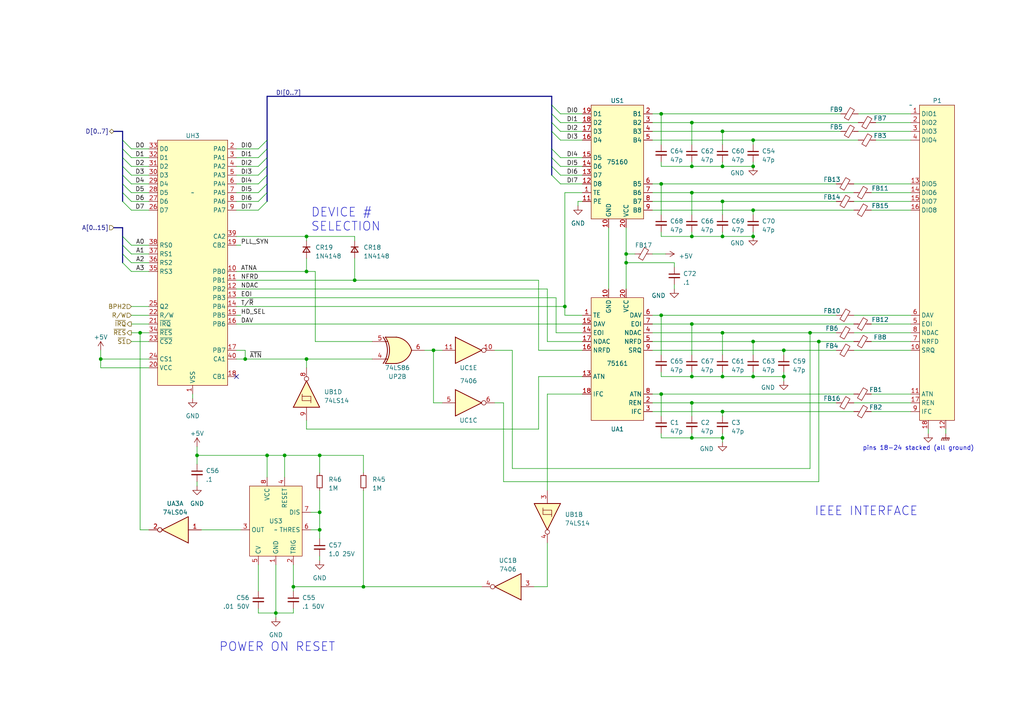
<source format=kicad_sch>
(kicad_sch (version 20230121) (generator eeschema)
  (paper "A4")
  (title_block (title "Device Selection / Power On Reset / IEEE Interface") (comment 1 "Schematic 203138") (comment 2 "PCB Assembly 2031040"))
  (lib_symbols
    (symbol "74xx:74LS04"
      (property "Reference" "U" (at 0 1.27 0))
      (property "Value" "74LS04" (at 0 -1.27 0))
      (symbol "74LS04_1_0"
        (pin input line (at -7.62 0 0) (length 3.81) (name "~") (number "1"))
        (pin output inverted (at 7.62 0 180) (length 3.81) (name "~") (number "2"))
      )
      (symbol "74LS04_2_0"
        (pin input line (at -7.62 0 0) (length 3.81) (name "~") (number "3"))
        (pin output inverted (at 7.62 0 180) (length 3.81) (name "~") (number "4"))
      )
      (symbol "74LS04_3_0"
        (pin input line (at -7.62 0 0) (length 3.81) (name "~") (number "5"))
        (pin output inverted (at 7.62 0 180) (length 3.81) (name "~") (number "6"))
      )
      (symbol "74LS04_4_0"
        (pin output inverted (at 7.62 0 180) (length 3.81) (name "~") (number "8"))
        (pin input line (at -7.62 0 0) (length 3.81) (name "~") (number "9"))
      )
      (symbol "74LS04_5_0"
        (pin output inverted (at 7.62 0 180) (length 3.81) (name "~") (number "10"))
        (pin input line (at -7.62 0 0) (length 3.81) (name "~") (number "11"))
      )
      (symbol "74LS04_6_0"
        (pin output inverted (at 7.62 0 180) (length 3.81) (name "~") (number "12"))
        (pin input line (at -7.62 0 0) (length 3.81) (name "~") (number "13"))
      )
      (symbol "74LS04_7_0"
        (pin power_in line (at 0 12.7 270) (length 5.08) (name "VCC") (number "14"))
        (pin power_in line (at 0 -12.7 90) (length 5.08) (name "GND") (number "7"))
      )
    )
    (symbol "74xx:74LS06" (pin_names (offset 1.016))
      (property "Reference" "U" (at 0 1.27 0))
      (property "Value" "74LS06" (at 0 -1.27 0))
      (symbol "74LS06_1_0"
        (pin input line (at -7.62 0 0) (length 3.81) (name "~") (number "1"))
        (pin open_collector inverted (at 7.62 0 180) (length 3.81) (name "~") (number "2"))
      )
      (symbol "74LS06_2_0"
        (pin input line (at -7.62 0 0) (length 3.81) (name "~") (number "3"))
        (pin open_collector inverted (at 7.62 0 180) (length 3.81) (name "~") (number "4"))
      )
      (symbol "74LS06_3_0"
        (pin input line (at -7.62 0 0) (length 3.81) (name "~") (number "5"))
        (pin open_collector inverted (at 7.62 0 180) (length 3.81) (name "~") (number "6"))
      )
      (symbol "74LS06_4_0"
        (pin open_collector inverted (at 7.62 0 180) (length 3.81) (name "~") (number "8"))
        (pin input line (at -7.62 0 0) (length 3.81) (name "~") (number "9"))
      )
      (symbol "74LS06_5_0"
        (pin open_collector inverted (at 7.62 0 180) (length 3.81) (name "~") (number "10"))
        (pin input line (at -7.62 0 0) (length 3.81) (name "~") (number "11"))
      )
      (symbol "74LS06_6_0"
        (pin open_collector inverted (at 7.62 0 180) (length 3.81) (name "~") (number "12"))
        (pin input line (at -7.62 0 0) (length 3.81) (name "~") (number "13"))
      )
      (symbol "74LS06_7_0"
        (pin power_in line (at 0 12.7 270) (length 5.08) (name "VCC") (number "14"))
        (pin power_in line (at 0 -12.7 90) (length 5.08) (name "GND") (number "7"))
      )
    )
    (symbol "74xx:74LS14" (pin_names (offset 1.016))
      (property "Reference" "U" (at 0 1.27 0))
      (property "Value" "74LS14" (at 0 -1.27 0))
      (symbol "74LS14_1_0"
        (pin input line (at -7.62 0 0) (length 3.81) (name "~") (number "1"))
        (pin output inverted (at 7.62 0 180) (length 3.81) (name "~") (number "2"))
      )
      (symbol "74LS14_2_0"
        (pin input line (at -7.62 0 0) (length 3.81) (name "~") (number "3"))
        (pin output inverted (at 7.62 0 180) (length 3.81) (name "~") (number "4"))
      )
      (symbol "74LS14_3_0"
        (pin input line (at -7.62 0 0) (length 3.81) (name "~") (number "5"))
        (pin output inverted (at 7.62 0 180) (length 3.81) (name "~") (number "6"))
      )
      (symbol "74LS14_4_0"
        (pin output inverted (at 7.62 0 180) (length 3.81) (name "~") (number "8"))
        (pin input line (at -7.62 0 0) (length 3.81) (name "~") (number "9"))
      )
      (symbol "74LS14_5_0"
        (pin output inverted (at 7.62 0 180) (length 3.81) (name "~") (number "10"))
        (pin input line (at -7.62 0 0) (length 3.81) (name "~") (number "11"))
      )
      (symbol "74LS14_6_0"
        (pin output inverted (at 7.62 0 180) (length 3.81) (name "~") (number "12"))
        (pin input line (at -7.62 0 0) (length 3.81) (name "~") (number "13"))
      )
      (symbol "74LS14_7_0"
        (pin power_in line (at 0 12.7 270) (length 5.08) (name "VCC") (number "14"))
        (pin power_in line (at 0 -12.7 90) (length 5.08) (name "GND") (number "7"))
      )
    )
    (symbol "74xx:74LS86" (pin_names (offset 1.016))
      (property "Reference" "U" (at 0 1.27 0))
      (property "Value" "74LS86" (at 0 -1.27 0))
      (symbol "74LS86_1_0"
        (pin input line (at -7.62 2.54 0) (length 4.445) (name "~") (number "1"))
        (pin input line (at -7.62 -2.54 0) (length 4.445) (name "~") (number "2"))
        (pin output line (at 7.62 0 180) (length 3.81) (name "~") (number "3"))
      )
      (symbol "74LS86_2_0"
        (pin input line (at -7.62 2.54 0) (length 4.445) (name "~") (number "4"))
        (pin input line (at -7.62 -2.54 0) (length 4.445) (name "~") (number "5"))
        (pin output line (at 7.62 0 180) (length 3.81) (name "~") (number "6"))
      )
      (symbol "74LS86_3_0"
        (pin input line (at -7.62 -2.54 0) (length 4.445) (name "~") (number "10"))
        (pin output line (at 7.62 0 180) (length 3.81) (name "~") (number "8"))
        (pin input line (at -7.62 2.54 0) (length 4.445) (name "~") (number "9"))
      )
      (symbol "74LS86_4_0"
        (pin output line (at 7.62 0 180) (length 3.81) (name "~") (number "11"))
        (pin input line (at -7.62 2.54 0) (length 4.445) (name "~") (number "12"))
        (pin input line (at -7.62 -2.54 0) (length 4.445) (name "~") (number "13"))
      )
      (symbol "74LS86_5_0"
        (pin power_in line (at 0 12.7 270) (length 5.08) (name "VCC") (number "14"))
        (pin power_in line (at 0 -12.7 90) (length 5.08) (name "GND") (number "7"))
      )
    )
    (symbol "Commodore-2031:6522"
      (property "Reference" "UH3" (at 0 36.83 0))
      (property "Value" "~" (at 0 20.32 0))
      (symbol "6522_1_1"
        (pin power_in line (at 0 -38.1 90) (length 2.54) (name "VSS") (number "1"))
        (pin bidirectional line (at 12.7 -2.54 180) (length 2.54) (name "PB0") (number "10"))
        (pin bidirectional line (at 12.7 -5.08 180) (length 2.54) (name "PB1") (number "11"))
        (pin bidirectional line (at 12.7 -7.62 180) (length 2.54) (name "PB2") (number "12"))
        (pin bidirectional line (at 12.7 -10.16 180) (length 2.54) (name "PB3") (number "13"))
        (pin bidirectional line (at 12.7 -12.7 180) (length 2.54) (name "PB4") (number "14"))
        (pin bidirectional line (at 12.7 -15.24 180) (length 2.54) (name "PB5") (number "15"))
        (pin bidirectional line (at 12.7 -17.78 180) (length 2.54) (name "PB6") (number "16"))
        (pin bidirectional line (at 12.7 -25.4 180) (length 2.54) (name "PB7") (number "17"))
        (pin bidirectional line (at 12.7 -33.02 180) (length 2.54) (name "CB1") (number "18"))
        (pin bidirectional line (at 12.7 5.08 180) (length 2.54) (name "CB2") (number "19"))
        (pin bidirectional line (at 12.7 33.02 180) (length 2.54) (name "PA0") (number "2"))
        (pin power_in line (at -12.7 -30.48 0) (length 2.54) (name "VCC") (number "20"))
        (pin open_collector line (at -12.7 -17.78 0) (length 2.54) (name "~{IRQ}") (number "21"))
        (pin input line (at -12.7 -15.24 0) (length 2.54) (name "R/W") (number "22"))
        (pin input line (at -12.7 -22.86 0) (length 2.54) (name "~{CS2}") (number "23"))
        (pin input line (at -12.7 -27.94 0) (length 2.54) (name "CS1") (number "24"))
        (pin input line (at -12.7 -12.7 0) (length 2.54) (name "Q2") (number "25"))
        (pin tri_state line (at -12.7 15.24 0) (length 2.54) (name "D7") (number "26"))
        (pin tri_state line (at -12.7 17.78 0) (length 2.54) (name "D6") (number "27"))
        (pin tri_state line (at -12.7 20.32 0) (length 2.54) (name "D5") (number "28"))
        (pin tri_state line (at -12.7 22.86 0) (length 2.54) (name "D4") (number "29"))
        (pin bidirectional line (at 12.7 30.48 180) (length 2.54) (name "PA1") (number "3"))
        (pin tri_state line (at -12.7 25.4 0) (length 2.54) (name "D3") (number "30"))
        (pin tri_state line (at -12.7 27.94 0) (length 2.54) (name "D2") (number "31"))
        (pin tri_state line (at -12.7 30.48 0) (length 2.54) (name "D1") (number "32"))
        (pin tri_state line (at -12.7 33.02 0) (length 2.54) (name "D0") (number "33"))
        (pin input line (at -12.7 -20.32 0) (length 2.54) (name "~{RES}") (number "34"))
        (pin input line (at -12.7 -2.54 0) (length 2.54) (name "RS3") (number "35"))
        (pin input line (at -12.7 0 0) (length 2.54) (name "RS2") (number "36"))
        (pin input line (at -12.7 2.54 0) (length 2.54) (name "RS1") (number "37"))
        (pin input line (at -12.7 5.08 0) (length 2.54) (name "RS0") (number "38"))
        (pin bidirectional line (at 12.7 7.62 180) (length 2.54) (name "CA2") (number "39"))
        (pin bidirectional line (at 12.7 27.94 180) (length 2.54) (name "PA2") (number "4"))
        (pin bidirectional line (at 12.7 -27.94 180) (length 2.54) (name "CA1") (number "40"))
        (pin bidirectional line (at 12.7 25.4 180) (length 2.54) (name "PA3") (number "5"))
        (pin bidirectional line (at 12.7 22.86 180) (length 2.54) (name "PA4") (number "6"))
        (pin bidirectional line (at 12.7 20.32 180) (length 2.54) (name "PA5") (number "7"))
        (pin bidirectional line (at 12.7 17.78 180) (length 2.54) (name "PA6") (number "8"))
        (pin bidirectional line (at 12.7 15.24 180) (length 2.54) (name "PA7") (number "9"))
      )
    )
    (symbol "Commodore-2031:75160"
      (property "Reference" "U" (at 0 17.78 0))
      (symbol "75160_1_1"
        (pin input line (at -10.16 -10.16 0) (length 2.54) (name "TE") (number "1"))
        (pin power_in line (at -2.54 -20.32 90) (length 2.54) (name "GND") (number "10"))
        (pin input line (at -10.16 -12.7 0) (length 2.54) (name "PE") (number "11"))
        (pin tri_state line (at -10.16 -7.62 0) (length 2.54) (name "D8") (number "12"))
        (pin tri_state line (at -10.16 -5.08 0) (length 2.54) (name "D7") (number "13"))
        (pin tri_state line (at -10.16 -2.54 0) (length 2.54) (name "D6") (number "14"))
        (pin tri_state line (at -10.16 0 0) (length 2.54) (name "D5") (number "15"))
        (pin tri_state line (at -10.16 5.08 0) (length 2.54) (name "D4") (number "16"))
        (pin tri_state line (at -10.16 7.62 0) (length 2.54) (name "D3") (number "17"))
        (pin tri_state line (at -10.16 10.16 0) (length 2.54) (name "D2") (number "18"))
        (pin tri_state line (at -10.16 12.7 0) (length 2.54) (name "D1") (number "19"))
        (pin tri_state line (at 10.16 12.7 180) (length 2.54) (name "B1") (number "2"))
        (pin power_in line (at 2.54 -20.32 90) (length 2.54) (name "VCC") (number "20"))
        (pin tri_state line (at 10.16 10.16 180) (length 2.54) (name "B2") (number "3"))
        (pin tri_state line (at 10.16 7.62 180) (length 2.54) (name "B3") (number "4"))
        (pin tri_state line (at 10.16 5.08 180) (length 2.54) (name "B4") (number "5"))
        (pin tri_state line (at 10.16 -7.62 180) (length 2.54) (name "B5") (number "6"))
        (pin tri_state line (at 10.16 -10.16 180) (length 2.54) (name "B6") (number "7"))
        (pin tri_state line (at 10.16 -12.7 180) (length 2.54) (name "B7") (number "8"))
        (pin tri_state line (at 10.16 -15.24 180) (length 2.54) (name "B8") (number "9"))
      )
    )
    (symbol "Commodore-2031:75161"
      (property "Reference" "U" (at 0 12.7 0))
      (symbol "75161_1_1"
        (pin input line (at -10.16 12.7 0) (length 2.54) (name "TE") (number "1"))
        (pin power_in line (at -2.54 20.32 270) (length 2.54) (name "GND") (number "10"))
        (pin tri_state line (at -10.16 -5.08 0) (length 2.54) (name "ATN") (number "13"))
        (pin tri_state line (at -10.16 7.62 0) (length 2.54) (name "EOI") (number "14"))
        (pin tri_state line (at -10.16 10.16 0) (length 2.54) (name "DAV") (number "15"))
        (pin tri_state line (at -10.16 2.54 0) (length 2.54) (name "NRFD") (number "16"))
        (pin tri_state line (at -10.16 5.08 0) (length 2.54) (name "NDAC") (number "17"))
        (pin tri_state line (at -10.16 -10.16 0) (length 2.54) (name "IFC") (number "18"))
        (pin tri_state line (at 10.16 -12.7 180) (length 2.54) (name "REN") (number "2"))
        (pin power_in line (at 2.54 20.32 270) (length 2.54) (name "VCC") (number "20"))
        (pin tri_state line (at 10.16 -15.24 180) (length 2.54) (name "IFC") (number "3"))
        (pin tri_state line (at 10.16 7.62 180) (length 2.54) (name "NDAC") (number "4"))
        (pin tri_state line (at 10.16 5.08 180) (length 2.54) (name "NRFD") (number "5"))
        (pin tri_state line (at 10.16 12.7 180) (length 2.54) (name "DAV") (number "6"))
        (pin tri_state line (at 10.16 10.16 180) (length 2.54) (name "EOI") (number "7"))
        (pin tri_state line (at 10.16 -10.16 180) (length 2.54) (name "ATN") (number "8"))
        (pin tri_state line (at 10.16 2.54 180) (length 2.54) (name "SRQ") (number "9"))
      )
    )
    (symbol "Commodore-2031:Connector_IEEE"
      (property "Reference" "P" (at 0 0 0))
      (symbol "Connector_IEEE_1_1"
        (pin passive line (at 0 -2.54 0) (length 2.54) (name "DIO1") (number "1"))
        (pin passive line (at 0 -71.12 0) (length 2.54) (name "SRQ") (number "10"))
        (pin passive line (at 0 -83.82 0) (length 2.54) (name "ATN") (number "11"))
        (pin passive line (at 10.16 -93.98 90) (length 2.54) (name "") (number "12"))
        (pin passive line (at 0 -22.86 0) (length 2.54) (name "DIO5") (number "13"))
        (pin passive line (at 0 -25.4 0) (length 2.54) (name "DIO6") (number "14"))
        (pin passive line (at 0 -27.94 0) (length 2.54) (name "DIO7") (number "15"))
        (pin passive line (at 0 -30.48 0) (length 2.54) (name "DIO8") (number "16"))
        (pin passive line (at 0 -86.36 0) (length 2.54) (name "REN") (number "17"))
        (pin passive line (at 5.08 -93.98 90) (length 2.54) (name "") (number "18"))
        (pin passive line (at 5.08 -93.98 90) (length 2.54) hide (name "") (number "19"))
        (pin passive line (at 0 -5.08 0) (length 2.54) (name "DIO2") (number "2"))
        (pin passive line (at 5.08 -93.98 90) (length 2.54) hide (name "") (number "20"))
        (pin passive line (at 5.08 -93.98 90) (length 2.54) hide (name "") (number "21"))
        (pin passive line (at 5.08 -93.98 90) (length 2.54) hide (name "") (number "23"))
        (pin passive line (at 5.08 -93.98 90) (length 2.54) hide (name "") (number "24"))
        (pin passive line (at 0 -7.62 0) (length 2.54) (name "DIO3") (number "3"))
        (pin passive line (at 0 -10.16 0) (length 2.54) (name "DIO4") (number "4"))
        (pin passive line (at 0 -63.5 0) (length 2.54) (name "EOI") (number "5"))
        (pin passive line (at 0 -60.96 0) (length 2.54) (name "DAV") (number "6"))
        (pin passive line (at 0 -68.58 0) (length 2.54) (name "NRFD") (number "7"))
        (pin passive line (at 0 -66.04 0) (length 2.54) (name "NDAC") (number "8"))
        (pin passive line (at 0 -88.9 0) (length 2.54) (name "IFC") (number "9"))
      )
    )
    (symbol "Commodore-2031:LM555"
      (property "Reference" "U" (at 0 0 0))
      (symbol "LM555_1_1"
        (pin power_in line (at 0 -12.7 90) (length 2.54) (name "GND") (number "1"))
        (pin passive line (at 5.08 -12.7 90) (length 2.54) (name "TRIG") (number "2"))
        (pin output line (at -10.16 -2.54 0) (length 2.54) (name "OUT") (number "3"))
        (pin input line (at 2.54 12.7 270) (length 2.54) (name "RESET") (number "4"))
        (pin passive line (at -5.08 -12.7 90) (length 2.54) (name "CV") (number "5"))
        (pin input line (at 10.16 -2.54 180) (length 2.54) (name "THRES") (number "6"))
        (pin open_collector line (at 10.16 2.54 180) (length 2.54) (name "DIS") (number "7"))
        (pin power_in line (at -2.54 12.7 270) (length 2.54) (name "VCC") (number "8"))
      )
    )
    (symbol "Device:C_Small" (pin_numbers hide) (pin_names (offset 0.254) hide)
      (property "Reference" "C" (at 0.254 1.778 0))
      (property "Value" "C_Small" (at 0.254 -2.032 0))
      (symbol "C_Small_1_1"
        (pin passive line (at 0 2.54 270) (length 2.032) (name "~") (number "1"))
        (pin passive line (at 0 -2.54 90) (length 2.032) (name "~") (number "2"))
      )
    )
    (symbol "Device:D_Small" (pin_numbers hide) (pin_names (offset 0.254) hide)
      (property "Reference" "D" (at -1.27 2.032 0))
      (property "Value" "D_Small" (at -3.81 -2.032 0))
      (symbol "D_Small_1_1"
        (pin passive line (at -2.54 0 0) (length 1.778) (name "K") (number "1"))
        (pin passive line (at 2.54 0 180) (length 1.778) (name "A") (number "2"))
      )
    )
    (symbol "Device:FerriteBead_Small" (pin_numbers hide) (pin_names (offset 0))
      (property "Reference" "FB" (at 1.905 1.27 0))
      (property "Value" "FerriteBead_Small" (at 1.905 -1.27 0))
      (symbol "FerriteBead_Small_1_1"
        (pin passive line (at 0 2.54 270) (length 1.27) (name "~") (number "1"))
        (pin passive line (at 0 -2.54 90) (length 1.27) (name "~") (number "2"))
      )
    )
    (symbol "Device:R_Small" (pin_numbers hide) (pin_names (offset 0.254) hide)
      (property "Reference" "R" (at 0.762 0.508 0))
      (property "Value" "R_Small" (at 0.762 -1.016 0))
      (symbol "R_Small_1_1"
        (pin passive line (at 0 2.54 270) (length 0.762) (name "~") (number "1"))
        (pin passive line (at 0 -2.54 90) (length 0.762) (name "~") (number "2"))
      )
    )
    (symbol "power:+5V" (power) (pin_names (offset 0))
      (property "Value" "+5V" (at 0 3.556 0))
      (symbol "+5V_1_1"
        (pin power_in line (at 0 0 90) (length 0) hide (name "+5V") (number "1"))
      )
    )
    (symbol "power:GND" (power) (pin_names (offset 0))
      (property "Value" "GND" (at 0 -3.81 0))
      (symbol "GND_1_1"
        (pin power_in line (at 0 0 270) (length 0) hide (name "GND") (number "1"))
      )
    )
    (symbol "power:GNDPWR" (power) (pin_names (offset 0))
      (property "Value" "GNDPWR" (at 0 -3.302 0))
      (symbol "GNDPWR_1_1"
        (pin power_in line (at 0 0 270) (length 0) hide (name "GNDPWR") (number "1"))
      )
    )
  )
  (junction (at 40.64 96.52))
  (junction (at 200.66 109.22))
  (junction (at 218.44 109.22))
  (junction (at 92.71 148.59))
  (junction (at 200.66 116.84))
  (junction (at 237.49 99.06))
  (junction (at 218.44 99.06))
  (junction (at 181.61 73.66))
  (junction (at 200.66 68.58))
  (junction (at 191.77 33.02))
  (junction (at 85.09 170.18))
  (junction (at 102.87 81.28))
  (junction (at 105.41 170.18))
  (junction (at 29.21 104.14))
  (junction (at 209.55 58.42))
  (junction (at 227.33 109.22))
  (junction (at 88.9 68.58))
  (junction (at 209.55 119.38))
  (junction (at 209.55 96.52))
  (junction (at 200.66 127))
  (junction (at 227.33 101.6))
  (junction (at 71.12 104.14))
  (junction (at 218.44 60.96))
  (junction (at 234.95 96.52))
  (junction (at 209.55 68.58))
  (junction (at 163.83 88.9))
  (junction (at 200.66 35.56))
  (junction (at 181.61 76.2))
  (junction (at 57.15 132.08))
  (junction (at 80.01 177.8))
  (junction (at 200.66 93.98))
  (junction (at 218.44 40.64))
  (junction (at 191.77 53.34))
  (junction (at 88.9 104.14))
  (junction (at 191.77 114.3))
  (junction (at 200.66 48.26))
  (junction (at 200.66 55.88))
  (junction (at 92.71 153.67))
  (junction (at 218.44 48.26))
  (junction (at 125.73 101.6))
  (junction (at 209.55 48.26))
  (junction (at 209.55 109.22))
  (junction (at 92.71 132.08))
  (junction (at 209.55 127))
  (junction (at 218.44 68.58))
  (junction (at 191.77 91.44))
  (junction (at 77.47 132.08))
  (junction (at 209.55 38.1))
  (junction (at 88.9 78.74))
  (junction (at 82.55 132.08))
  (no_connect (at 68.58 109.22))
  (bus_entry (at 74.93 53.34) (size 2.54 -2.54))
  (bus_entry (at 35.56 58.42) (size 2.54 2.54))
  (bus_entry (at 74.93 55.88) (size 2.54 -2.54))
  (bus_entry (at 162.56 33.02) (size -2.54 -2.54))
  (bus_entry (at 35.56 73.66) (size 2.54 2.54))
  (bus_entry (at 74.93 43.18) (size 2.54 -2.54))
  (bus_entry (at 162.56 35.56) (size -2.54 -2.54))
  (bus_entry (at 74.93 45.72) (size 2.54 -2.54))
  (bus_entry (at 162.56 45.72) (size -2.54 -2.54))
  (bus_entry (at 162.56 48.26) (size -2.54 -2.54))
  (bus_entry (at 35.56 71.12) (size 2.54 2.54))
  (bus_entry (at 74.93 60.96) (size 2.54 -2.54))
  (bus_entry (at 162.56 38.1) (size -2.54 -2.54))
  (bus_entry (at 162.56 40.64) (size -2.54 -2.54))
  (bus_entry (at 35.56 43.18) (size 2.54 2.54))
  (bus_entry (at 74.93 48.26) (size 2.54 -2.54))
  (bus_entry (at 162.56 50.8) (size -2.54 -2.54))
  (bus_entry (at 35.56 40.64) (size 2.54 2.54))
  (bus_entry (at 162.56 53.34) (size -2.54 -2.54))
  (bus_entry (at 35.56 55.88) (size 2.54 2.54))
  (bus_entry (at 35.56 45.72) (size 2.54 2.54))
  (bus_entry (at 35.56 68.58) (size 2.54 2.54))
  (bus_entry (at 35.56 50.8) (size 2.54 2.54))
  (bus_entry (at 35.56 53.34) (size 2.54 2.54))
  (bus_entry (at 35.56 76.2) (size 2.54 2.54))
  (bus_entry (at 35.56 48.26) (size 2.54 2.54))
  (bus_entry (at 74.93 50.8) (size 2.54 -2.54))
  (bus_entry (at 74.93 58.42) (size 2.54 -2.54))
  (wire (pts (xy 191.77 127) (xy 200.66 127)))
  (wire (pts (xy 218.44 40.64) (xy 218.44 41.91)))
  (wire (pts (xy 189.23 60.96) (xy 218.44 60.96)))
  (wire (pts (xy 189.23 93.98) (xy 200.66 93.98)))
  (wire (pts (xy 38.1 73.66) (xy 43.18 73.66)))
  (wire (pts (xy 195.58 82.55) (xy 195.58 83.82)))
  (wire (pts (xy 146.05 139.7) (xy 146.05 116.84)))
  (bus (pts (xy 77.47 55.88) (xy 77.47 53.34)))
  (wire (pts (xy 156.21 124.46) (xy 156.21 109.22)))
  (wire (pts (xy 200.66 67.31) (xy 200.66 68.58)))
  (wire (pts (xy 191.77 107.95) (xy 191.77 109.22)))
  (wire (pts (xy 191.77 68.58) (xy 200.66 68.58)))
  (bus (pts (xy 77.47 45.72) (xy 77.47 43.18)))
  (wire (pts (xy 189.23 33.02) (xy 191.77 33.02)))
  (wire (pts (xy 74.93 163.83) (xy 74.93 171.45)))
  (wire (pts (xy 247.65 116.84) (xy 264.16 116.84)))
  (wire (pts (xy 274.32 124.46) (xy 274.32 125.73)))
  (wire (pts (xy 80.01 163.83) (xy 80.01 177.8)))
  (wire (pts (xy 191.77 125.73) (xy 191.77 127)))
  (wire (pts (xy 102.87 81.28) (xy 102.87 74.93)))
  (wire (pts (xy 158.75 157.48) (xy 158.75 170.18)))
  (wire (pts (xy 123.19 101.6) (xy 125.73 101.6)))
  (wire (pts (xy 92.71 153.67) (xy 92.71 156.21)))
  (wire (pts (xy 191.77 91.44) (xy 242.57 91.44)))
  (wire (pts (xy 252.73 55.88) (xy 264.16 55.88)))
  (wire (pts (xy 68.58 43.18) (xy 74.93 43.18)))
  (wire (pts (xy 252.73 114.3) (xy 264.16 114.3)))
  (wire (pts (xy 125.73 101.6) (xy 128.27 101.6)))
  (wire (pts (xy 189.23 91.44) (xy 191.77 91.44)))
  (wire (pts (xy 168.91 40.64) (xy 162.56 40.64)))
  (wire (pts (xy 88.9 78.74) (xy 88.9 74.93)))
  (wire (pts (xy 68.58 53.34) (xy 74.93 53.34)))
  (wire (pts (xy 158.75 170.18) (xy 154.94 170.18)))
  (wire (pts (xy 29.21 104.14) (xy 43.18 104.14)))
  (wire (pts (xy 163.83 88.9) (xy 163.83 91.44)))
  (wire (pts (xy 29.21 101.6) (xy 29.21 104.14)))
  (wire (pts (xy 167.64 58.42) (xy 167.64 59.69)))
  (wire (pts (xy 200.66 93.98) (xy 200.66 102.87)))
  (wire (pts (xy 168.91 114.3) (xy 158.75 114.3)))
  (wire (pts (xy 209.55 107.95) (xy 209.55 109.22)))
  (bus (pts (xy 33.02 38.1) (xy 35.56 38.1)))
  (wire (pts (xy 168.91 33.02) (xy 162.56 33.02)))
  (wire (pts (xy 71.12 101.6) (xy 71.12 104.14)))
  (wire (pts (xy 58.42 153.67) (xy 69.85 153.67)))
  (wire (pts (xy 168.91 50.8) (xy 162.56 50.8)))
  (wire (pts (xy 209.55 38.1) (xy 243.84 38.1)))
  (wire (pts (xy 248.92 38.1) (xy 264.16 38.1)))
  (wire (pts (xy 200.66 35.56) (xy 200.66 41.91)))
  (wire (pts (xy 38.1 55.88) (xy 43.18 55.88)))
  (wire (pts (xy 68.58 81.28) (xy 102.87 81.28)))
  (wire (pts (xy 189.23 99.06) (xy 218.44 99.06)))
  (bus (pts (xy 77.47 43.18) (xy 77.47 40.64)))
  (wire (pts (xy 68.58 101.6) (xy 71.12 101.6)))
  (wire (pts (xy 168.91 99.06) (xy 158.75 99.06)))
  (bus (pts (xy 35.56 50.8) (xy 35.56 48.26)))
  (wire (pts (xy 68.58 45.72) (xy 74.93 45.72)))
  (wire (pts (xy 200.66 55.88) (xy 200.66 62.23)))
  (wire (pts (xy 209.55 96.52) (xy 234.95 96.52)))
  (wire (pts (xy 77.47 132.08) (xy 57.15 132.08)))
  (wire (pts (xy 191.77 67.31) (xy 191.77 68.58)))
  (wire (pts (xy 200.66 68.58) (xy 209.55 68.58)))
  (wire (pts (xy 234.95 135.89) (xy 148.59 135.89)))
  (wire (pts (xy 209.55 58.42) (xy 209.55 62.23)))
  (wire (pts (xy 80.01 177.8) (xy 80.01 179.07)))
  (bus (pts (xy 35.56 43.18) (xy 35.56 40.64)))
  (wire (pts (xy 163.83 55.88) (xy 168.91 55.88)))
  (wire (pts (xy 209.55 46.99) (xy 209.55 48.26)))
  (wire (pts (xy 163.83 91.44) (xy 168.91 91.44)))
  (wire (pts (xy 181.61 76.2) (xy 195.58 76.2)))
  (wire (pts (xy 168.91 53.34) (xy 162.56 53.34)))
  (wire (pts (xy 209.55 58.42) (xy 242.57 58.42)))
  (wire (pts (xy 189.23 58.42) (xy 209.55 58.42)))
  (wire (pts (xy 254 35.56) (xy 264.16 35.56)))
  (bus (pts (xy 35.56 58.42) (xy 35.56 55.88)))
  (wire (pts (xy 247.65 101.6) (xy 264.16 101.6)))
  (wire (pts (xy 181.61 76.2) (xy 181.61 83.82)))
  (wire (pts (xy 158.75 114.3) (xy 158.75 142.24)))
  (wire (pts (xy 247.65 96.52) (xy 264.16 96.52)))
  (wire (pts (xy 29.21 106.68) (xy 43.18 106.68)))
  (wire (pts (xy 247.65 53.34) (xy 264.16 53.34)))
  (wire (pts (xy 237.49 99.06) (xy 247.65 99.06)))
  (wire (pts (xy 77.47 132.08) (xy 82.55 132.08)))
  (wire (pts (xy 74.93 177.8) (xy 80.01 177.8)))
  (wire (pts (xy 88.9 104.14) (xy 88.9 106.68)))
  (wire (pts (xy 68.58 50.8) (xy 74.93 50.8)))
  (wire (pts (xy 200.66 93.98) (xy 247.65 93.98)))
  (wire (pts (xy 91.44 78.74) (xy 91.44 99.06)))
  (wire (pts (xy 248.92 33.02) (xy 264.16 33.02)))
  (bus (pts (xy 35.56 66.04) (xy 33.02 66.04)))
  (wire (pts (xy 29.21 104.14) (xy 29.21 106.68)))
  (wire (pts (xy 181.61 66.04) (xy 181.61 73.66)))
  (wire (pts (xy 88.9 68.58) (xy 102.87 68.58)))
  (wire (pts (xy 227.33 101.6) (xy 242.57 101.6)))
  (wire (pts (xy 200.66 107.95) (xy 200.66 109.22)))
  (wire (pts (xy 209.55 125.73) (xy 209.55 127)))
  (wire (pts (xy 189.23 116.84) (xy 200.66 116.84)))
  (wire (pts (xy 234.95 96.52) (xy 234.95 135.89)))
  (wire (pts (xy 168.91 96.52) (xy 161.29 96.52)))
  (wire (pts (xy 218.44 40.64) (xy 248.92 40.64)))
  (wire (pts (xy 156.21 81.28) (xy 102.87 81.28)))
  (wire (pts (xy 77.47 138.43) (xy 77.47 132.08)))
  (wire (pts (xy 181.61 73.66) (xy 184.15 73.66)))
  (wire (pts (xy 68.58 93.98) (xy 168.91 93.98)))
  (bus (pts (xy 35.56 71.12) (xy 35.56 68.58)))
  (wire (pts (xy 38.1 91.44) (xy 43.18 91.44)))
  (wire (pts (xy 105.41 170.18) (xy 85.09 170.18)))
  (wire (pts (xy 92.71 142.24) (xy 92.71 148.59)))
  (wire (pts (xy 209.55 68.58) (xy 218.44 68.58)))
  (wire (pts (xy 209.55 96.52) (xy 209.55 102.87)))
  (wire (pts (xy 68.58 60.96) (xy 74.93 60.96)))
  (wire (pts (xy 38.1 58.42) (xy 43.18 58.42)))
  (wire (pts (xy 55.88 114.3) (xy 55.88 115.57)))
  (bus (pts (xy 160.02 48.26) (xy 160.02 50.8)))
  (wire (pts (xy 218.44 48.26) (xy 218.44 46.99)))
  (wire (pts (xy 88.9 121.92) (xy 88.9 124.46)))
  (wire (pts (xy 254 40.64) (xy 264.16 40.64)))
  (wire (pts (xy 200.66 35.56) (xy 248.92 35.56)))
  (wire (pts (xy 161.29 96.52) (xy 161.29 86.36)))
  (wire (pts (xy 105.41 132.08) (xy 105.41 137.16)))
  (wire (pts (xy 82.55 132.08) (xy 92.71 132.08)))
  (wire (pts (xy 88.9 124.46) (xy 156.21 124.46)))
  (bus (pts (xy 77.47 48.26) (xy 77.47 45.72)))
  (wire (pts (xy 252.73 60.96) (xy 264.16 60.96)))
  (wire (pts (xy 218.44 99.06) (xy 237.49 99.06)))
  (wire (pts (xy 227.33 109.22) (xy 227.33 110.49)))
  (bus (pts (xy 77.47 27.94) (xy 160.02 27.94)))
  (wire (pts (xy 38.1 50.8) (xy 43.18 50.8)))
  (wire (pts (xy 156.21 109.22) (xy 168.91 109.22)))
  (wire (pts (xy 209.55 67.31) (xy 209.55 68.58)))
  (wire (pts (xy 252.73 119.38) (xy 264.16 119.38)))
  (wire (pts (xy 168.91 48.26) (xy 162.56 48.26)))
  (wire (pts (xy 148.59 101.6) (xy 143.51 101.6)))
  (wire (pts (xy 237.49 99.06) (xy 237.49 139.7)))
  (wire (pts (xy 68.58 86.36) (xy 161.29 86.36)))
  (wire (pts (xy 209.55 48.26) (xy 218.44 48.26)))
  (wire (pts (xy 38.1 53.34) (xy 43.18 53.34)))
  (wire (pts (xy 189.23 38.1) (xy 209.55 38.1)))
  (bus (pts (xy 35.56 48.26) (xy 35.56 45.72)))
  (wire (pts (xy 92.71 161.29) (xy 92.71 162.56)))
  (wire (pts (xy 38.1 43.18) (xy 43.18 43.18)))
  (wire (pts (xy 176.53 66.04) (xy 176.53 83.82)))
  (wire (pts (xy 71.12 104.14) (xy 88.9 104.14)))
  (wire (pts (xy 82.55 132.08) (xy 82.55 138.43)))
  (bus (pts (xy 35.56 68.58) (xy 35.56 66.04)))
  (wire (pts (xy 68.58 88.9) (xy 163.83 88.9)))
  (wire (pts (xy 38.1 45.72) (xy 43.18 45.72)))
  (bus (pts (xy 35.56 55.88) (xy 35.56 53.34)))
  (wire (pts (xy 189.23 114.3) (xy 191.77 114.3)))
  (wire (pts (xy 38.1 48.26) (xy 43.18 48.26)))
  (bus (pts (xy 160.02 35.56) (xy 160.02 33.02)))
  (wire (pts (xy 200.66 46.99) (xy 200.66 48.26)))
  (wire (pts (xy 209.55 119.38) (xy 209.55 120.65)))
  (wire (pts (xy 102.87 68.58) (xy 102.87 69.85)))
  (wire (pts (xy 92.71 148.59) (xy 92.71 153.67)))
  (wire (pts (xy 168.91 38.1) (xy 162.56 38.1)))
  (wire (pts (xy 158.75 99.06) (xy 158.75 83.82)))
  (wire (pts (xy 191.77 33.02) (xy 243.84 33.02)))
  (wire (pts (xy 237.49 139.7) (xy 146.05 139.7)))
  (wire (pts (xy 168.91 35.56) (xy 162.56 35.56)))
  (wire (pts (xy 218.44 109.22) (xy 218.44 107.95)))
  (wire (pts (xy 234.95 96.52) (xy 242.57 96.52)))
  (wire (pts (xy 200.66 116.84) (xy 200.66 120.65)))
  (wire (pts (xy 40.64 153.67) (xy 43.18 153.67)))
  (wire (pts (xy 247.65 58.42) (xy 264.16 58.42)))
  (bus (pts (xy 160.02 33.02) (xy 160.02 30.48)))
  (wire (pts (xy 218.44 60.96) (xy 247.65 60.96)))
  (bus (pts (xy 77.47 50.8) (xy 77.47 48.26)))
  (wire (pts (xy 200.66 125.73) (xy 200.66 127)))
  (wire (pts (xy 209.55 127) (xy 209.55 128.27)))
  (wire (pts (xy 247.65 91.44) (xy 264.16 91.44)))
  (wire (pts (xy 38.1 99.06) (xy 43.18 99.06)))
  (wire (pts (xy 189.23 55.88) (xy 200.66 55.88)))
  (bus (pts (xy 160.02 27.94) (xy 160.02 30.48)))
  (wire (pts (xy 38.1 96.52) (xy 40.64 96.52)))
  (wire (pts (xy 227.33 109.22) (xy 227.33 107.95)))
  (wire (pts (xy 189.23 119.38) (xy 209.55 119.38)))
  (wire (pts (xy 191.77 46.99) (xy 191.77 48.26)))
  (wire (pts (xy 105.41 170.18) (xy 139.7 170.18)))
  (wire (pts (xy 168.91 58.42) (xy 167.64 58.42)))
  (bus (pts (xy 35.56 45.72) (xy 35.56 43.18)))
  (wire (pts (xy 209.55 119.38) (xy 247.65 119.38)))
  (wire (pts (xy 218.44 109.22) (xy 227.33 109.22)))
  (wire (pts (xy 68.58 48.26) (xy 74.93 48.26)))
  (wire (pts (xy 209.55 38.1) (xy 209.55 41.91)))
  (wire (pts (xy 189.23 40.64) (xy 218.44 40.64)))
  (wire (pts (xy 38.1 71.12) (xy 43.18 71.12)))
  (wire (pts (xy 68.58 91.44) (xy 69.85 91.44)))
  (wire (pts (xy 92.71 153.67) (xy 90.17 153.67)))
  (wire (pts (xy 38.1 76.2) (xy 43.18 76.2)))
  (wire (pts (xy 200.66 116.84) (xy 242.57 116.84)))
  (wire (pts (xy 191.77 48.26) (xy 200.66 48.26)))
  (wire (pts (xy 57.15 132.08) (xy 57.15 134.62)))
  (wire (pts (xy 91.44 99.06) (xy 107.95 99.06)))
  (wire (pts (xy 191.77 109.22) (xy 200.66 109.22)))
  (wire (pts (xy 90.17 148.59) (xy 92.71 148.59)))
  (wire (pts (xy 40.64 96.52) (xy 43.18 96.52)))
  (wire (pts (xy 218.44 60.96) (xy 218.44 62.23)))
  (bus (pts (xy 77.47 58.42) (xy 77.47 55.88)))
  (wire (pts (xy 146.05 116.84) (xy 143.51 116.84)))
  (wire (pts (xy 85.09 170.18) (xy 85.09 163.83)))
  (wire (pts (xy 38.1 88.9) (xy 43.18 88.9)))
  (wire (pts (xy 68.58 68.58) (xy 88.9 68.58)))
  (wire (pts (xy 125.73 116.84) (xy 128.27 116.84)))
  (wire (pts (xy 200.66 127) (xy 209.55 127)))
  (wire (pts (xy 252.73 93.98) (xy 264.16 93.98)))
  (bus (pts (xy 160.02 48.26) (xy 160.02 45.72)))
  (wire (pts (xy 189.23 96.52) (xy 209.55 96.52)))
  (wire (pts (xy 189.23 73.66) (xy 193.04 73.66)))
  (wire (pts (xy 269.24 124.46) (xy 269.24 125.73)))
  (wire (pts (xy 105.41 142.24) (xy 105.41 170.18)))
  (wire (pts (xy 74.93 176.53) (xy 74.93 177.8)))
  (wire (pts (xy 189.23 53.34) (xy 191.77 53.34)))
  (wire (pts (xy 92.71 132.08) (xy 105.41 132.08)))
  (wire (pts (xy 88.9 68.58) (xy 88.9 69.85)))
  (wire (pts (xy 168.91 101.6) (xy 156.21 101.6)))
  (bus (pts (xy 160.02 45.72) (xy 160.02 43.18)))
  (wire (pts (xy 125.73 101.6) (xy 125.73 116.84)))
  (wire (pts (xy 57.15 139.7) (xy 57.15 140.97)))
  (wire (pts (xy 218.44 68.58) (xy 218.44 67.31)))
  (wire (pts (xy 191.77 114.3) (xy 191.77 120.65)))
  (wire (pts (xy 85.09 170.18) (xy 85.09 171.45)))
  (wire (pts (xy 68.58 104.14) (xy 71.12 104.14)))
  (bus (pts (xy 35.56 73.66) (xy 35.56 71.12)))
  (wire (pts (xy 38.1 78.74) (xy 43.18 78.74)))
  (wire (pts (xy 156.21 101.6) (xy 156.21 81.28)))
  (wire (pts (xy 191.77 53.34) (xy 242.57 53.34)))
  (wire (pts (xy 40.64 96.52) (xy 40.64 153.67)))
  (wire (pts (xy 68.58 83.82) (xy 158.75 83.82)))
  (wire (pts (xy 209.55 109.22) (xy 218.44 109.22)))
  (wire (pts (xy 68.58 55.88) (xy 74.93 55.88)))
  (wire (pts (xy 252.73 99.06) (xy 264.16 99.06)))
  (wire (pts (xy 80.01 177.8) (xy 85.09 177.8)))
  (bus (pts (xy 77.47 53.34) (xy 77.47 50.8)))
  (wire (pts (xy 57.15 129.54) (xy 57.15 132.08)))
  (wire (pts (xy 189.23 101.6) (xy 227.33 101.6)))
  (wire (pts (xy 200.66 109.22) (xy 209.55 109.22)))
  (wire (pts (xy 200.66 55.88) (xy 247.65 55.88)))
  (wire (pts (xy 191.77 91.44) (xy 191.77 102.87)))
  (wire (pts (xy 68.58 58.42) (xy 74.93 58.42)))
  (wire (pts (xy 189.23 35.56) (xy 200.66 35.56)))
  (wire (pts (xy 88.9 104.14) (xy 107.95 104.14)))
  (wire (pts (xy 92.71 132.08) (xy 92.71 137.16)))
  (wire (pts (xy 148.59 135.89) (xy 148.59 101.6)))
  (wire (pts (xy 38.1 60.96) (xy 43.18 60.96)))
  (wire (pts (xy 68.58 71.12) (xy 69.85 71.12)))
  (wire (pts (xy 191.77 53.34) (xy 191.77 62.23)))
  (bus (pts (xy 35.56 76.2) (xy 35.56 73.66)))
  (wire (pts (xy 168.91 45.72) (xy 162.56 45.72)))
  (wire (pts (xy 218.44 99.06) (xy 218.44 102.87)))
  (bus (pts (xy 160.02 38.1) (xy 160.02 43.18)))
  (bus (pts (xy 160.02 38.1) (xy 160.02 35.56)))
  (wire (pts (xy 195.58 77.47) (xy 195.58 76.2)))
  (wire (pts (xy 68.58 78.74) (xy 88.9 78.74)))
  (bus (pts (xy 35.56 40.64) (xy 35.56 38.1)))
  (wire (pts (xy 191.77 114.3) (xy 247.65 114.3)))
  (wire (pts (xy 191.77 33.02) (xy 191.77 41.91)))
  (wire (pts (xy 200.66 48.26) (xy 209.55 48.26)))
  (wire (pts (xy 227.33 101.6) (xy 227.33 102.87)))
  (wire (pts (xy 163.83 55.88) (xy 163.83 88.9)))
  (wire (pts (xy 181.61 73.66) (xy 181.61 76.2)))
  (wire (pts (xy 88.9 78.74) (xy 91.44 78.74)))
  (bus (pts (xy 35.56 53.34) (xy 35.56 50.8)))
  (wire (pts (xy 38.1 93.98) (xy 43.18 93.98)))
  (wire (pts (xy 85.09 177.8) (xy 85.09 176.53)))
  (bus (pts (xy 77.47 27.94) (xy 77.47 40.64)))
  (text "DEVICE #\nSELECTION" (at 90.17 67.31 0) (effects (font (size 2.54 2.54)) (justify left bottom)))
  (text "IEEE INTERFACE" (at 236.22 149.86 0) (effects (font (size 2.54 2.54)) (justify left bottom)))
  (text "pins 18-24 stacked (all ground)" (at 250.19 130.81 0) (effects (font (size 1.27 1.27)) (justify left bottom)))
  (text "POWER ON RESET" (at 63.5 189.23 0) (effects (font (size 2.54 2.54)) (justify left bottom)))
  (label "A1" (at 41.91 73.66 180))
  (label "NDAC" (at 69.85 83.82 0))
  (label "DAV" (at 69.85 93.98 0))
  (label "DI3" (at 69.85 50.8 0))
  (label "DI4" (at 167.64 45.72 180))
  (label "D5" (at 41.91 55.88 180))
  (label "DI5" (at 167.64 48.26 180))
  (label "DI3" (at 167.64 40.64 180))
  (label "D6" (at 41.91 58.42 180))
  (label "D1" (at 41.91 45.72 180))
  (label "EOI" (at 69.85 86.36 0))
  (label "HD_SEL" (at 69.85 91.44 0))
  (label "DI4" (at 69.85 53.34 0))
  (label "DI2" (at 69.85 48.26 0))
  (label "A2" (at 41.91 76.2 180))
  (label "DI2" (at 167.64 38.1 180))
  (label "DI1" (at 167.64 35.56 180))
  (label "DI0" (at 69.85 43.18 0))
  (label "DI7" (at 167.64 53.34 180))
  (label "D7" (at 41.91 60.96 180))
  (label "DI6" (at 69.85 58.42 0))
  (label "DI7" (at 69.85 60.96 0))
  (label "DI5" (at 69.85 55.88 0))
  (label "T{slash}~{R}" (at 69.85 88.9 0))
  (label "D2" (at 41.91 48.26 180))
  (label "DI[0..7]" (at 80.01 27.94 0))
  (label "~{ATN}" (at 72.39 104.14 0))
  (label "A0" (at 41.91 71.12 180))
  (label "ATNA" (at 69.85 78.74 0))
  (label "D0" (at 41.91 43.18 180))
  (label "PLL_SYN" (at 69.85 71.12 0))
  (label "D4" (at 41.91 53.34 180))
  (label "DI1" (at 69.85 45.72 0))
  (label "DI6" (at 167.64 50.8 180))
  (label "D3" (at 41.91 50.8 180))
  (label "DI0" (at 167.64 33.02 180))
  (label "NFRD" (at 69.85 81.28 0))
  (label "A3" (at 41.91 78.74 180))
  (hierarchical_label "R{slash}W" (shape input) (at 38.1 91.44 180))
  (hierarchical_label "A[0..15]" (shape input) (at 33.02 66.04 180))
  (hierarchical_label "~{RES}" (shape output) (at 38.1 96.52 180))
  (hierarchical_label "~{S1}" (shape input) (at 38.1 99.06 180))
  (hierarchical_label "~{IRQ}" (shape output) (at 38.1 93.98 180))
  (hierarchical_label "BPH2" (shape input) (at 38.1 88.9 180))
  (hierarchical_label "D[0..7]" (shape bidirectional) (at 33.02 38.1 180))
  (symbol (lib_id "Device:C_Small") (at 218.44 64.77 0) (unit 1)
    (property "Reference" "C70" (at 220.98 64.1413 0) (effects (justify left)))
    (property "Value" "47p" (at 220.98 66.6813 0) (effects (justify left)))
  )
  (symbol (lib_id "power:GND") (at 227.33 110.49 0) (unit 1)
    (property "Reference" "#PWR033" (effects hide))
    (property "Value" "GND" (at 224.79 112.395 0) (effects (justify right)))
  )
  (symbol (lib_id "Device:C_Small") (at 200.66 105.41 0) (unit 1)
    (property "Reference" "C67" (at 203.2 104.7813 0) (effects (justify left)))
    (property "Value" "47p" (at 203.2 107.3213 0) (effects (justify left)))
  )
  (symbol (lib_id "Device:FerriteBead_Small") (at 245.11 53.34 90) (unit 1)
    (property "Reference" "FB13" (at 241.3 52.07 90))
    (property "Value" "FerriteBead_Small" (effects hide))
  )
  (symbol (lib_id "power:GND") (at 209.55 128.27 0) (unit 1)
    (property "Reference" "#PWR034" (effects hide))
    (property "Value" "GND" (at 207.01 130.175 0) (effects (justify right)))
  )
  (symbol (lib_id "Device:D_Small") (at 88.9 72.39 270) (unit 1)
    (property "Reference" "CR19" (at 91.44 71.755 90) (effects (justify left)))
    (property "Value" "1N4148" (at 91.44 74.295 90) (effects (justify left)))
    (property "Sim.Device" "D" (effects hide))
    (property "Sim.Pins" "1=K 2=A" (effects hide))
  )
  (symbol (lib_id "Device:FerriteBead_Small") (at 246.38 38.1 90) (unit 1)
    (property "Reference" "FB5" (at 242.57 36.83 90))
    (property "Value" "FerriteBead_Small" (effects hide))
  )
  (symbol (lib_id "Device:FerriteBead_Small") (at 251.46 35.56 90) (unit 1)
    (property "Reference" "FB7" (at 255.27 34.29 90))
    (property "Value" "FerriteBead_Small" (effects hide))
  )
  (symbol (lib_id "74xx:74LS06") (at 135.89 101.6 0) (unit 5)
    (property "Reference" "UC1" (at 135.89 106.68 0))
    (property "Value" "7406" (at 135.89 110.49 0))
    (property "Datasheet" "http://www.ti.com/lit/gpn/sn74LS06" (effects hide))
  )
  (symbol (lib_id "Device:C_Small") (at 209.55 44.45 0) (unit 1)
    (property "Reference" "C60" (at 212.09 43.8213 0) (effects (justify left)))
    (property "Value" "47p" (at 212.09 46.3613 0) (effects (justify left)))
  )
  (symbol (lib_id "power:GND") (at 218.44 68.58 0) (unit 1)
    (property "Reference" "#PWR029" (effects hide))
    (property "Value" "GND" (at 215.9 70.485 0) (effects (justify right)))
  )
  (symbol (lib_id "Device:FerriteBead_Small") (at 186.69 73.66 90) (unit 1)
    (property "Reference" "FB17" (at 186.6519 71.12 90))
    (property "Value" "FerriteBead_Small" (effects hide))
  )
  (symbol (lib_id "power:GND") (at 55.88 115.57 0) (unit 1)
    (property "Reference" "#PWR023" (effects hide))
    (property "Value" "GND" (at 55.88 120.65 0))
  )
  (symbol (lib_id "Device:FerriteBead_Small") (at 245.11 101.6 90) (unit 1)
    (property "Reference" "FB4" (at 241.3 100.33 90))
    (property "Value" "FerriteBead_Small" (effects hide))
  )
  (symbol (lib_id "Device:FerriteBead_Small") (at 250.19 93.98 90) (unit 1)
    (property "Reference" "FB12" (at 255.27 92.71 90))
    (property "Value" "FerriteBead_Small" (effects hide))
  )
  (symbol (lib_id "Device:FerriteBead_Small") (at 245.11 116.84 90) (unit 1)
    (property "Reference" "FB16" (at 241.3 115.57 90))
    (property "Value" "FerriteBead_Small" (effects hide))
  )
  (symbol (lib_id "Device:FerriteBead_Small") (at 245.11 58.42 90) (unit 1)
    (property "Reference" "FB14" (at 241.3 57.15 90))
    (property "Value" "FerriteBead_Small" (effects hide))
  )
  (symbol (lib_id "Device:C_Small") (at 92.71 158.75 0) (unit 1)
    (property "Reference" "C57" (at 95.25 158.1213 0) (effects (justify left)))
    (property "Value" "1.0 25V" (at 95.25 160.6613 0) (effects (justify left)))
  )
  (symbol (lib_id "Device:C_Small") (at 209.55 64.77 0) (unit 1)
    (property "Reference" "C69" (at 212.09 64.1413 0) (effects (justify left)))
    (property "Value" "47p" (at 212.09 66.6813 0) (effects (justify left)))
  )
  (symbol (lib_id "Device:C_Small") (at 191.77 44.45 0) (unit 1)
    (property "Reference" "C64" (at 194.31 43.8213 0) (effects (justify left)))
    (property "Value" "47p" (at 194.31 46.3613 0) (effects (justify left)))
  )
  (symbol (lib_id "Device:C_Small") (at 200.66 123.19 0) (unit 1)
    (property "Reference" "C2" (at 203.2 122.5613 0) (effects (justify left)))
    (property "Value" "47p" (at 203.2 125.1013 0) (effects (justify left)))
  )
  (symbol (lib_id "Device:C_Small") (at 191.77 105.41 0) (unit 1)
    (property "Reference" "C65" (at 194.31 104.7813 0) (effects (justify left)))
    (property "Value" "47p" (at 194.31 107.3213 0) (effects (justify left)))
  )
  (symbol (lib_id "Commodore-2031:LM555") (at 80.01 151.13 0) (unit 1)
    (property "Reference" "US3" (at 80.01 151.13 0))
    (property "Value" "~" (at 80.01 153.67 0))
  )
  (symbol (lib_id "Device:C_Small") (at 191.77 64.77 0) (unit 1)
    (property "Reference" "C68" (at 194.31 64.1413 0) (effects (justify left)))
    (property "Value" "47p" (at 194.31 66.6813 0) (effects (justify left)))
  )
  (symbol (lib_id "power:GNDPWR") (at 274.32 125.73 0) (unit 1)
    (property "Reference" "#PWR037" (effects hide))
    (property "Value" "GNDPWR" (effects hide))
  )
  (symbol (lib_id "Device:C_Small") (at 209.55 123.19 0) (unit 1)
    (property "Reference" "C3" (at 212.09 122.5613 0) (effects (justify left)))
    (property "Value" "47p" (at 212.09 125.1013 0) (effects (justify left)))
  )
  (symbol (lib_id "Device:C_Small") (at 57.15 137.16 0) (unit 1)
    (property "Reference" "C56" (at 59.69 136.5313 0) (effects (justify left)))
    (property "Value" ".1" (at 59.69 139.0713 0) (effects (justify left)))
  )
  (symbol (lib_id "Commodore-2031:75160") (at 179.07 45.72 0) (unit 1)
    (property "Reference" "US1" (at 179.07 29.21 0))
    (property "Value" "75160" (at 179.07 46.99 0))
  )
  (symbol (lib_id "74xx:74LS14") (at 158.75 149.86 270) (unit 2)
    (property "Reference" "UB1" (at 163.83 149.225 90) (effects (justify left)))
    (property "Value" "74LS14" (at 163.83 151.765 90) (effects (justify left)))
    (property "Datasheet" "http://www.ti.com/lit/gpn/sn74LS14" (effects hide))
  )
  (symbol (lib_id "Device:R_Small") (at 105.41 139.7 0) (unit 1)
    (property "Reference" "R45" (at 107.95 139.065 0) (effects (justify left)))
    (property "Value" "1M" (at 107.95 141.605 0) (effects (justify left)))
  )
  (symbol (lib_id "Device:FerriteBead_Small") (at 251.46 40.64 90) (unit 1)
    (property "Reference" "FB3" (at 255.27 39.37 90))
    (property "Value" "FerriteBead_Small" (effects hide))
  )
  (symbol (lib_id "Device:D_Small") (at 102.87 72.39 270) (unit 1)
    (property "Reference" "CR18" (at 105.41 71.755 90) (effects (justify left)))
    (property "Value" "1N4148" (at 105.41 74.295 90) (effects (justify left)))
    (property "Sim.Device" "D" (effects hide))
    (property "Sim.Pins" "1=K 2=A" (effects hide))
  )
  (symbol (lib_id "Device:C_Small") (at 227.33 105.41 0) (unit 1)
    (property "Reference" "C59" (at 229.87 104.7813 0) (effects (justify left)))
    (property "Value" "47p" (at 229.87 107.3213 0) (effects (justify left)))
  )
  (symbol (lib_id "Device:FerriteBead_Small") (at 250.19 60.96 90) (unit 1)
    (property "Reference" "FB15" (at 255.27 59.69 90))
    (property "Value" "FerriteBead_Small" (effects hide))
  )
  (symbol (lib_id "Device:C_Small") (at 200.66 64.77 0) (unit 1)
    (property "Reference" "C66" (at 203.2 64.1413 0) (effects (justify left)))
    (property "Value" "47p" (at 203.2 66.6813 0) (effects (justify left)))
  )
  (symbol (lib_id "Commodore-2031:Connector_IEEE") (at 264.16 30.48 0) (unit 1)
    (property "Reference" "P1" (at 270.51 29.21 0) (effects (justify left)))
    (property "Value" "~" (at 264.16 30.48 0))
  )
  (symbol (lib_id "Device:C_Small") (at 85.09 173.99 0) (unit 1)
    (property "Reference" "C55" (at 87.63 173.3613 0) (effects (justify left)))
    (property "Value" ".1 50V" (at 87.63 175.9013 0) (effects (justify left)))
  )
  (symbol (lib_id "Device:FerriteBead_Small") (at 250.19 114.3 90) (unit 1)
    (property "Reference" "FB1" (at 254 113.03 90))
    (property "Value" "FerriteBead_Small" (effects hide))
  )
  (symbol (lib_id "Device:FerriteBead_Small") (at 245.11 91.44 90) (unit 1)
    (property "Reference" "FB10" (at 241.3 90.17 90))
    (property "Value" "FerriteBead_Small" (effects hide))
  )
  (symbol (lib_id "Device:FerriteBead_Small") (at 250.19 119.38 90) (unit 1)
    (property "Reference" "FB2" (at 254 118.11 90))
    (property "Value" "FerriteBead_Small" (effects hide))
  )
  (symbol (lib_id "Device:C_Small") (at 74.93 173.99 0) (unit 1)
    (property "Reference" "C56" (at 72.39 173.3613 0) (effects (justify right)))
    (property "Value" ".01 50V" (at 72.39 175.9013 0) (effects (justify right)))
  )
  (symbol (lib_id "power:GND") (at 269.24 125.73 0) (unit 1)
    (property "Reference" "#PWR036" (effects hide))
    (property "Value" "GND" (effects hide))
  )
  (symbol (lib_id "Commodore-2031:6522") (at 55.88 76.2 0) (unit 1)
    (property "Reference" "UH3" (at 55.88 39.37 0))
    (property "Value" "~" (at 55.88 55.88 0))
  )
  (symbol (lib_id "Device:FerriteBead_Small") (at 245.11 96.52 90) (unit 1)
    (property "Reference" "FB6" (at 241.3 95.25 90))
    (property "Value" "FerriteBead_Small" (effects hide))
  )
  (symbol (lib_id "Device:C_Small") (at 218.44 44.45 0) (unit 1)
    (property "Reference" "C54" (at 220.98 43.8213 0) (effects (justify left)))
    (property "Value" "47p" (at 220.98 46.3613 0) (effects (justify left)))
  )
  (symbol (lib_id "74xx:74LS14") (at 88.9 114.3 90) (unit 4)
    (property "Reference" "UB1" (at 93.98 113.665 90) (effects (justify right)))
    (property "Value" "74LS14" (at 93.98 116.205 90) (effects (justify right)))
    (property "Datasheet" "http://www.ti.com/lit/gpn/sn74LS14" (effects hide))
  )
  (symbol (lib_id "74xx:74LS06") (at 147.32 170.18 180) (unit 2)
    (property "Reference" "UC1" (at 147.32 162.56 0))
    (property "Value" "7406" (at 147.32 165.1 0))
    (property "Datasheet" "http://www.ti.com/lit/gpn/sn74LS06" (effects hide))
  )
  (symbol (lib_id "Device:C_Small") (at 195.58 80.01 0) (unit 1)
    (property "Reference" "C72" (at 198.12 79.3813 0) (effects (justify left)))
    (property "Value" ".1" (at 198.12 81.9213 0) (effects (justify left)))
  )
  (symbol (lib_id "Device:C_Small") (at 200.66 44.45 0) (unit 1)
    (property "Reference" "C62" (at 203.2 43.8213 0) (effects (justify left)))
    (property "Value" "47p" (at 203.2 46.3613 0) (effects (justify left)))
  )
  (symbol (lib_id "Commodore-2031:75161") (at 179.07 104.14 0) (unit 1)
    (property "Reference" "UA1" (at 179.07 124.46 0))
    (property "Value" "75161" (at 179.07 105.41 0))
  )
  (symbol (lib_id "power:GND") (at 80.01 179.07 0) (unit 1)
    (property "Reference" "#PWR027" (effects hide))
    (property "Value" "GND" (at 80.01 184.15 0))
  )
  (symbol (lib_id "Device:FerriteBead_Small") (at 246.38 33.02 90) (unit 1)
    (property "Reference" "FB9" (at 242.57 31.75 90))
    (property "Value" "FerriteBead_Small" (effects hide))
  )
  (symbol (lib_id "Device:C_Small") (at 209.55 105.41 0) (unit 1)
    (property "Reference" "C61" (at 212.09 104.7813 0) (effects (justify left)))
    (property "Value" "47p" (at 212.09 107.3213 0) (effects (justify left)))
  )
  (symbol (lib_id "power:+5V") (at 193.04 73.66 270) (unit 1)
    (property "Reference" "#PWR031" (effects hide))
    (property "Value" "+5V" (at 196.85 74.295 90) (effects (justify left)))
  )
  (symbol (lib_id "74xx:74LS04") (at 50.8 153.67 180) (unit 1)
    (property "Reference" "UA3" (at 50.8 146.05 0))
    (property "Value" "74LS04" (at 50.8 148.59 0))
    (property "Datasheet" "http://www.ti.com/lit/gpn/sn74LS04" (effects hide))
  )
  (symbol (lib_id "Device:C_Small") (at 218.44 105.41 0) (unit 1)
    (property "Reference" "C63" (at 220.98 104.7813 0) (effects (justify left)))
    (property "Value" "47p" (at 220.98 107.3213 0) (effects (justify left)))
  )
  (symbol (lib_id "power:+5V") (at 29.21 101.6 0) (unit 1)
    (property "Reference" "#PWR022" (effects hide))
    (property "Value" "+5V" (at 29.21 97.79 0))
  )
  (symbol (lib_id "power:GND") (at 195.58 83.82 0) (unit 1)
    (property "Reference" "#PWR032" (effects hide))
    (property "Value" "GND" (at 193.04 85.725 0) (effects (justify right)))
  )
  (symbol (lib_id "74xx:74LS06") (at 135.89 116.84 0) (unit 3)
    (property "Reference" "UC1" (at 135.89 121.92 0))
    (property "Value" "7406" (effects hide))
    (property "Datasheet" "http://www.ti.com/lit/gpn/sn74LS06" (effects hide))
  )
  (symbol (lib_id "74xx:74LS86") (at 115.57 101.6 0) (mirror x) (unit 2)
    (property "Reference" "UP2" (at 115.2652 109.22 0))
    (property "Value" "74LS86" (at 115.2652 106.68 0))
    (property "Datasheet" "74xx/74ls86.pdf" (effects hide))
  )
  (symbol (lib_id "power:GND") (at 57.15 140.97 0) (unit 1)
    (property "Reference" "#PWR024" (effects hide))
    (property "Value" "GND" (at 57.15 146.05 0))
  )
  (symbol (lib_id "Device:C_Small") (at 191.77 123.19 0) (unit 1)
    (property "Reference" "C1" (at 194.31 122.5613 0) (effects (justify left)))
    (property "Value" "47p" (at 194.31 125.1013 0) (effects (justify left)))
  )
  (symbol (lib_id "power:GND") (at 218.44 48.26 0) (unit 1)
    (property "Reference" "#PWR028" (effects hide))
    (property "Value" "GND" (at 215.9 50.165 0) (effects (justify right)))
  )
  (symbol (lib_id "power:+5V") (at 57.15 129.54 0) (unit 1)
    (property "Reference" "#PWR025" (effects hide))
    (property "Value" "+5V" (at 57.15 125.73 0))
  )
  (symbol (lib_id "power:GND") (at 167.64 59.69 0) (unit 1)
    (property "Reference" "#PWR030" (effects hide))
    (property "Value" "GND" (at 167.64 64.77 0))
  )
  (symbol (lib_id "Device:FerriteBead_Small") (at 250.19 99.06 90) (unit 1)
    (property "Reference" "FB8" (at 255.27 97.79 90))
    (property "Value" "FerriteBead_Small" (effects hide))
  )
  (symbol (lib_id "Device:FerriteBead_Small") (at 250.19 55.88 90) (unit 1)
    (property "Reference" "FB11" (at 255.27 54.61 90))
    (property "Value" "FerriteBead_Small" (effects hide))
  )
  (symbol (lib_id "Device:R_Small") (at 92.71 139.7 0) (unit 1)
    (property "Reference" "R46" (at 95.25 139.065 0) (effects (justify left)))
    (property "Value" "1M" (at 95.25 141.605 0) (effects (justify left)))
  )
  (symbol (lib_id "power:GND") (at 92.71 162.56 0) (unit 1)
    (property "Reference" "#PWR026" (effects hide))
    (property "Value" "GND" (at 92.71 167.64 0))
  )
)
</source>
